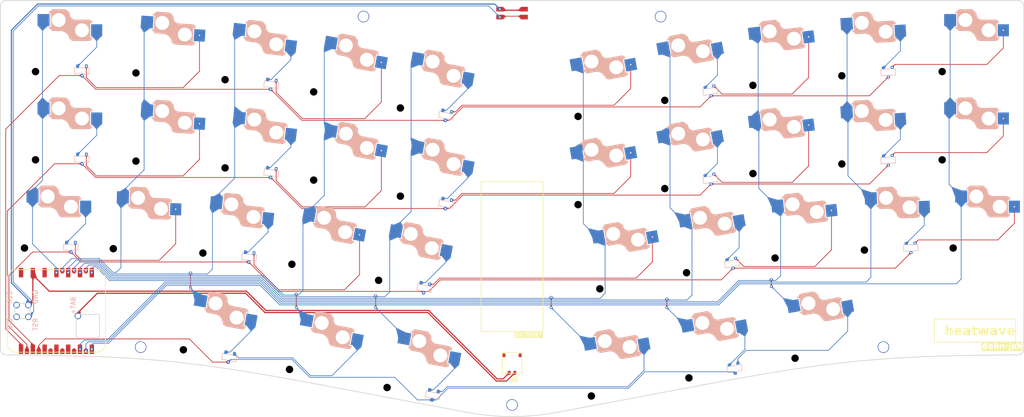
<source format=kicad_pcb>
(kicad_pcb (version 20241229) (generator "pcbnew") (generator_version "9.0")
  (title_block (title "prod") (rev "v1.0.0") (company "Unknown"))
  (layers (0 "F.Cu" signal) (2 "B.Cu" signal) (13 "F.Paste" user) (15 "B.Paste" user) (5 "F.SilkS" user "F.Silkscreen") (7 "B.SilkS" user "B.Silkscreen") (1 "F.Mask" user) (3 "B.Mask" user) (25 "Edge.Cuts" user))
  (net 0 "")
  (net 1 "R1")
  (net 2 "R3")
  (net 3 "P0.28")
  (net 4 "P0.29")
  (net 5 "P0.04")
  (net 6 "C8")
  (net 7 "C10")
  (net 8 "C7")
  (net 9 "C5")
  (net 10 "C3")
  (net 11 "C1")
  (net 12 "3V3")
  (net 13 "GND")
  (net 14 "5V")
  (net 15 "R2")
  (net 16 "R4")
  (net 17 "P1.01")
  (net 18 "P0.09")
  (net 19 "P0.10")
  (net 20 "C9")
  (net 21 "C6")
  (net 22 "C4")
  (net 23 "C2")
  (net 24 "DIO")
  (net 25 "CLK")
  (net 26 "RST")
  (net 27 "BAT+")
  (net 28 "flex_thumb")
  (net 29 "mirror_flex_thumb")
  (net 30 "w_top")
  (net 31 "e_top")
  (net 32 "r_top")
  (net 33 "t_top")
  (net 34 "mirror_w_top")
  (net 35 "mirror_e_top")
  (net 36 "mirror_r_top")
  (net 37 "mirror_t_top")
  (net 38 "s_home")
  (net 39 "d_home")
  (net 40 "f_home")
  (net 41 "g_home")
  (net 42 "mirror_s_home")
  (net 43 "mirror_d_home")
  (net 44 "mirror_f_home")
  (net 45 "mirror_g_home")
  (net 46 "z_bottom")
  (net 47 "x_bottom")
  (net 48 "c_bottom")
  (net 49 "v_bottom")
  (net 50 "b_bottom")
  (net 51 "mirror_z_bottom")
  (net 52 "mirror_x_bottom")
  (net 53 "mirror_c_bottom")
  (net 54 "mirror_v_bottom")
  (net 55 "mirror_b_bottom")
  (net 56 "base_thumb")
  (net 57 "mirror_base_thumb")
  (net 58 "q_top")
  (net 59 "mirror_q_top")
  (net 60 "a_home")
  (net 61 "mirror_a_home")
  (net 62 "ext_thumb")
  (net 63 "mirror_ext_thumb")
  (footprint "sw_choc_1u" (layer "F.Cu") (at 41.426508 2.388493 -7)
    (property "Reference" "SW4" (hide yes))
    (property "Value" "")
  )
  (footprint "sw_choc_1u" (layer "F.Cu") (at 60.770097 5.365756 -10.5)
    (property "Reference" "SW5" (hide yes))
    (property "Value" "")
  )
  (footprint "choc" (layer "F.Cu") (at 32.709804 60.91418 -10.5)
    (property "Reference" "SW1" (hide yes))
    (property "Value" "")
  )
  (footprint "sw_reset_side" (layer "F.Cu") (at 97.6491 -7.45)
    (property "Reference" "XX1" (hide yes))
    (property "Value" "")
  )
  (footprint "sw_choc_1u" (layer "F.Cu") (at 173.360957 19.597681 3.5)
    (property "Reference" "SW15" (hide yes))
    (property "Value" "")
  )
  (footprint "sw_choc_1.25u" (layer "F.Cu") (at 0 19)
    (property "Reference" "SW33" (hide yes))
    (property "Value" "")
  )
  (footprint "mounting_hole" (layer "F.Cu") (at 177.6491 64.5)
    (property "Reference" "H5" (hide yes))
    (property "Value" "")
  )
  (footprint "sw_choc_1u" (layer "F.Cu") (at 158.722661 39.648093 6.125)
    (property "Reference" "SW26" (hide yes))
    (property "Value" "")
  )
  (footprint "sw_choc_1.25u" (layer "F.Cu") (at 195.298199 0)
    (property "Reference" "SW32" (hide yes))
    (property "Value" "")
  )
  (footprint "sw_choc_1u" (layer "F.Cu") (at 153.871691 21.388493 7)
    (property "Reference" "SW16" (hide yes))
    (property "Value" "")
  )
  (footprint "mounting_hole" (layer "F.Cu") (at 129.6491 -6.7)
    (property "Reference" "H2" (hide yes))
    (property "Value" "")
  )
  (footprint "sw_choc_1u" (layer "F.Cu") (at 115.846259 8.828231 10.5)
    (property "Reference" "SW10" (hide yes))
    (property "Value" "")
  )
  (footprint "sw_choc_1u" (layer "F.Cu") (at 134.528102 24.365756 10.5)
    (property "Reference" "SW17" (hide yes))
    (property "Value" "")
  )
  (footprint "sw_choc_1u" (layer "F.Cu") (at 74.761679 45.960283 -10.5)
    (property "Reference" "SW23" (hide yes))
    (property "Value" "")
  )
  (footprint "conn_molex_pico_front" (layer "F.Cu") (at 97.6491 68.15 180)
    (property "Reference" "XX2" (hide yes))
    (property "Value" "")
  )
  (footprint "sw_choc_1u" (layer "F.Cu") (at 115.846259 27.828231 10.5)
    (property "Reference" "SW18" (hide yes))
    (property "Value" "")
  )
  (footprint "mounting_hole" (layer "F.Cu") (at 65.6491 -6.7)
    (property "Reference" "H1" (hide yes))
    (property "Value" "")
  )
  (footprint "sw_choc_1u" (layer "F.Cu") (at 60.770097 24.365756 -10.5)
    (property "Reference" "SW13" (hide yes))
    (property "Value" "")
  )
  (footprint "sw_choc_1u" (layer "F.Cu") (at 21.937242 19.597681 -3.5)
    (property "Reference" "SW11" (hide yes))
    (property "Value" "")
  )
  (footprint "sw_choc_1u" (layer "F.Cu") (at 55.57048 65.151156 -10.5)
    (property "Reference" "SW29" (hide yes))
    (property "Value" "")
  )
  (footprint "sw_choc_1.25u" (layer "F.Cu") (at 195.298199 19)
    (property "Reference" "SW34" (hide yes))
    (property "Value" "")
  )
  (footprint "mounting_hole" (layer "F.Cu") (at 97.6491 76.949)
    (property "Reference" "H4" (hide yes))
    (property "Value" "")
  )
  (footprint "sw_choc_1u" (layer "F.Cu") (at 173.360957 0.59768 3.5)
    (property "Reference" "SW7" (hide yes))
    (property "Value" "")
  )
  (footprint "sw_choc_1u" (layer "F.Cu") (at 197.673199 38)
    (property "Reference" "SW24" (hide yes))
    (property "Value" "")
  )
  (footprint "sw_choc_1u" (layer "F.Cu") (at 153.871691 2.388493 7)
    (property "Reference" "SW8" (hide yes))
    (property "Value" "")
  )
  (footprint "sw_choc_1u" (layer "F.Cu") (at 178.387514 38.294547 1.75)
    (property "Reference" "SW25" (hide yes))
    (property "Value" "")
  )
  (footprint "xiao_plus_smd_prod" (layer "F.Cu") (at -0.4995 56.7 90)
    (property "Reference" "MCU1" (hide yes))
    (property "Value" "")
    (fp_line (start -1.244 -8.9275) (end 1.244 -8.9275) (stroke (width 0.15)) (layer "Edge.Cuts"))
    (fp_line (start 1.625 -8.5465) (end 1.625 -6.0585) (stroke (width 0.15)) (layer "Edge.Cuts"))
    (fp_line (start -1.625 -6.0585) (end -1.625 -8.5465) (stroke (width 0.15)) (layer "Edge.Cuts"))
    (fp_line (start 1.244 -5.6775) (end -1.244 -5.6775) (stroke (width 0.15)) (layer "Edge.Cuts"))
    (fp_line (start -5.35692 4.2702) (end -1.11892 4.2702) (stroke (width 0.15)) (layer "Edge.Cuts"))
    (fp_line (start -0.73792 4.6512) (end -0.73792 8.8892) (stroke (width 0.15)) (layer "Edge.Cuts"))
    (fp_line (start -5.73792 8.8892) (end -5.73792 4.6512) (stroke (width 0.15)) (layer "Edge.Cuts"))
    (fp_line (start -1.11892 9.2702) (end -5.35692 9.2702) (stroke (width 0.15)) (layer "Edge.Cuts"))
    (fp_arc (start 1.244 -8.9275) (mid 1.513408 -8.815908) (end 1.625 -8.5465) (stroke (width 0.15)) (layer "Edge.Cuts"))
    (fp_arc (start -1.625 -8.5465) (mid -1.513408 -8.815908) (end -1.244 -8.9275) (stroke (width 0.15)) (layer "Edge.Cuts"))
    (fp_arc (start 1.625 -6.0585) (mid 1.513408 -5.789092) (end 1.244 -5.6775) (stroke (width 0.15)) (layer "Edge.Cuts"))
    (fp_arc (start -1.244 -5.6775) (mid -1.513408 -5.789093) (end -1.624999 -6.058501) (stroke (width 0.15)) (layer "Edge.Cuts"))
    (fp_arc (start -1.11892 4.2702) (mid -0.849512 4.381792) (end -0.73792 4.6512) (stroke (width 0.15)) (layer "Edge.Cuts"))
    (fp_arc (start -5.73792 4.6512) (mid -5.626328 4.381792) (end -5.35692 4.2702) (stroke (width 0.15)) (layer "Edge.Cuts"))
    (fp_arc (start -0.73792 8.8892) (mid -0.849512 9.158608) (end -1.11892 9.2702) (stroke (width 0.15)) (layer "Edge.Cuts"))
    (fp_arc (start -5.35692 9.2702) (mid -5.626328 9.158608) (end -5.73792 8.8892) (stroke (width 0.15)) (layer "Edge.Cuts"))
  )
  (footprint "sw_choc_1u" (layer "F.Cu") (at 16.910685 38.294547 -1.75)
    (property "Reference" "SW20" (hide yes))
    (property "Value" "")
  )
  (footprint "sw_choc_1u" (layer "F.Cu") (at 134.528102 5.365756 10.5)
    (property "Reference" "SW9" (hide yes))
    (property "Value" "")
  )
  (footprint "sw_choc_1u" (layer "F.Cu") (at 56.079836 42.497808 -10.5)
    (property "Reference" "SW22" (hide yes))
    (property "Value" "")
  )
  (footprint "sw_choc_1u" (layer "F.Cu") (at -2.375 38)
    (property "Reference" "SW19" (hide yes))
    (property "Value" "")
  )
  (footprint "sw_choc_1u" (layer "F.Cu") (at 41.426508 21.388493 -7)
    (property "Reference" "SW12" (hide yes))
    (property "Value" "")
  )
  (footprint "mounting_hole" (layer "F.Cu") (at 17.6491 64.5)
    (property "Reference" "H3" (hide yes))
    (property "Value" "")
  )
  (footprint "sw_choc_1.25u" (layer "F.Cu") (at 76.587554 69.04644 -10.5)
    (property "Reference" "SW35" (hide yes))
    (property "Value" "")
  )
  (footprint "sw_choc_1u" (layer "F.Cu") (at 139.218364 42.497808 10.5)
    (property "Reference" "SW27" (hide yes))
    (property "Value" "")
  )
  (footprint "sw_choc_1u" (layer "F.Cu") (at 79.45194 27.828231 -10.5)
    (property "Reference" "SW14" (hide yes))
    (property "Value" "")
  )
  (footprint "choc" (layer "F.Cu") (at 162.588395 60.91418 10.5)
    (property "Reference" "SW2" (hide yes))
    (property "Value" "")
  )
  (footprint "sw_choc_1u" (layer "F.Cu") (at 21.937242 0.59768 -3.5)
    (property "Reference" "SW3" (hide yes))
    (property "Value" "")
  )
  (footprint "sw_choc_1u" (layer "F.Cu") (at 120.53652 45.960283 10.5)
    (property "Reference" "SW28" (hide yes))
    (property "Value" "")
  )
  (footprint "sw_choc_1u" (layer "F.Cu") (at 36.575538 39.648093 -6.125)
    (property "Reference" "SW21" (hide yes))
    (property "Value" "")
  )
  (footprint "sw_choc_1.25u" (layer "F.Cu") (at 118.710645 69.04644 10.5)
    (property "Reference" "SW36" (hide yes))
    (property "Value" "")
  )
  (footprint "sw_choc_1.25u" (layer "F.Cu") (at 0 0)
    (property "Reference" "SW31" (hide yes))
    (property "Value" "")
  )
  (footprint "sw_choc_1u" (layer "F.Cu") (at 139.727719 65.151156 10.5)
    (property "Reference" "SW30" (hide yes))
    (property "Value" "")
  )
  (footprint "pcb_shape" (layer "F.Cu") (at 0 0)
    (property "Reference" "EC1" (hide yes))
    (property "Value" "")
    (fp_line (start -12.575 -8.949998) (end -12.575 64.911298) (stroke (width 0.15)) (layer "Edge.Cuts"))
    (fp_line (start -11.326101 66.161299) (end -1.03077 66.261528) (stroke (width 0.15)) (layer "Edge.Cuts"))
    (fp_line (start -11.324999 -10.2) (end 206.6232 -10.2) (stroke (width 0.15)) (layer "Edge.Cuts"))
    (fp_line (start -1.03077 66.261528) (end 7.901166 66.498377) (stroke (width 0.15)) (layer "Edge.Cuts"))
    (fp_line (start 7.901166 66.498377) (end 15.872508 66.901151) (stroke (width 0.15)) (layer "Edge.Cuts"))
    (fp_line (start 15.872508 66.901151) (end 23.281004 67.49891) (stroke (width 0.15)) (layer "Edge.Cuts"))
    (fp_line (start 23.281004 67.49891) (end 30.51736 68.319453) (stroke (width 0.15)) (layer "Edge.Cuts"))
    (fp_line (start 30.51736 68.319453) (end 37.971492 69.388457) (stroke (width 0.15)) (layer "Edge.Cuts"))
    (fp_line (start 37.971492 69.388457) (end 44.23959 70.419299) (stroke (width 0.15)) (layer "Edge.Cuts"))
    (fp_line (start 44.23959 70.419299) (end 51.08305 71.632118) (stroke (width 0.15)) (layer "Edge.Cuts"))
    (fp_line (start 51.08305 71.632118) (end 58.700691 73.040555) (stroke (width 0.15)) (layer "Edge.Cuts"))
    (fp_line (start 58.700691 73.040555) (end 67.291954 74.658596) (stroke (width 0.15)) (layer "Edge.Cuts"))
    (fp_line (start 67.291954 74.658596) (end 77.056506 76.500462) (stroke (width 0.15)) (layer "Edge.Cuts"))
    (fp_line (start 77.056506 76.500462) (end 88.193036 78.580246) (stroke (width 0.15)) (layer "Edge.Cuts"))
    (fp_line (start 118.241693 76.500462) (end 107.105152 78.580248) (stroke (width 0.15)) (layer "Edge.Cuts"))
    (fp_line (start 128.006245 74.658596) (end 118.241693 76.500462) (stroke (width 0.15)) (layer "Edge.Cuts"))
    (fp_line (start 136.597508 73.040555) (end 128.006245 74.658596) (stroke (width 0.15)) (layer "Edge.Cuts"))
    (fp_line (start 144.215149 71.632118) (end 136.597508 73.040555) (stroke (width 0.15)) (layer "Edge.Cuts"))
    (fp_line (start 151.058609 70.419299) (end 144.215149 71.632118) (stroke (width 0.15)) (layer "Edge.Cuts"))
    (fp_line (start 157.326707 69.388457) (end 151.058609 70.419299) (stroke (width 0.15)) (layer "Edge.Cuts"))
    (fp_line (start 164.780839 68.319453) (end 157.326707 69.388457) (stroke (width 0.15)) (layer "Edge.Cuts"))
    (fp_line (start 172.017195 67.49891) (end 164.780839 68.319453) (stroke (width 0.15)) (layer "Edge.Cuts"))
    (fp_line (start 179.425691 66.901151) (end 172.017195 67.49891) (stroke (width 0.15)) (layer "Edge.Cuts"))
    (fp_line (start 187.397033 66.498377) (end 179.425691 66.901151) (stroke (width 0.15)) (layer "Edge.Cuts"))
    (fp_line (start 196.328969 66.261528) (end 187.397033 66.498377) (stroke (width 0.15)) (layer "Edge.Cuts"))
    (fp_line (start 206.624415 66.161298) (end 196.328969 66.261528) (stroke (width 0.15)) (layer "Edge.Cuts"))
    (fp_line (start 207.873199 -8.95) (end 207.873199 64.9113) (stroke (width 0.15)) (layer "Edge.Cuts"))
    (fp_arc (start -12.575 -8.949998) (mid -12.208884 -9.833882) (end -11.325 -10.2) (stroke (width 0.15)) (layer "Edge.Cuts"))
    (fp_arc (start -11.326101 66.161299) (mid -12.209272 65.794793) (end -12.574999 64.911299) (stroke (width 0.15)) (layer "Edge.Cuts"))
    (fp_arc (start 107.105152 78.580248) (mid 97.649137 79.44917) (end 88.193121 78.580262) (stroke (width 0.15)) (layer "Edge.Cuts"))
    (fp_arc (start 206.6232 -10.2) (mid 207.507083 -9.833883) (end 207.8732 -8.95) (stroke (width 0.15)) (layer "Edge.Cuts"))
    (fp_arc (start 207.873199 64.9113) (mid 207.507512 65.794753) (end 206.624415 66.161298) (stroke (width 0.15)) (layer "Edge.Cuts"))
  )
  (footprint "sw_choc_1u" (layer "F.Cu") (at 79.45194 8.828231 -10.5)
    (property "Reference" "SW6" (hide yes))
    (property "Value" "")
  )
  (footprint "SOT-23" (layer "B.Cu") (at 80.592651 74.873893 169.5)
    (property "Reference" "D11" (hide yes))
    (property "Value" "")
  )
  (footprint "SOT-23" (layer "B.Cu") (at 78.766776 51.787735 169.5)
    (property "Reference" "D9" (hide yes))
    (property "Value" "")
  )
  (footprint "SOT-23" (layer "B.Cu") (at 5 24 180)
    (property "Reference" "D4" (hide yes))
    (property "Value" "")
  )
  (footprint "SOT-23" (layer "B.Cu") (at 178.656874 24.283112 -176.5)
    (property "Reference" "D14" (hide yes))
    (property "Value" "")
  )
  (footprint "SOT-23" (layer "B.Cu") (at 145.555171 69.156253 -169.5)
    (property "Reference" "D18" (hide yes))
    (property "Value" "")
  )
  (footprint "SOT-23" (layer "B.Cu") (at 5 5 180)
    (property "Reference" "D1" (hide yes))
    (property "Value" "")
  )
  (footprint "SOT-23" (layer "B.Cu") (at 183.537875 43.139522 -178.25)
    (property "Reference" "D16" (hide yes))
    (property "Value" "")
  )
  (footprint "SOT-23" (layer "B.Cu") (at 41.013505 45.15304 173.875)
    (property "Reference" "D8" (hide yes))
    (property "Value" "")
  )
  (footprint "SOT-23" (layer "B.Cu") (at 178.656874 5.283112 -176.5)
    (property "Reference" "D12" (hide yes))
    (property "Value" "")
  )
  (footprint "SOT-23" (layer "B.Cu") (at 140.355554 9.370853 -169.5)
    (property "Reference" "D13" (hide yes))
    (property "Value" "")
  )
  (footprint "SOT-23" (layer "B.Cu") (at 145.045816 46.502905 -169.5)
    (property "Reference" "D17" (hide yes))
    (property "Value" "")
  )
  (footprint "SOT-23" (layer "B.Cu") (at 2.625 43 180)
    (property "Reference" "D7" (hide yes))
    (property "Value" "")
  )
  (footprint "SOT-23" (layer "B.Cu") (at 83.457037 33.655683 169.5)
    (property "Reference" "D6" (hide yes))
    (property "Value" "")
  )
  (footprint "SOT-23" (layer "B.Cu") (at 36.714901 66.741632 169.5)
    (property "Reference" "D10" (hide yes))
    (property "Value" "")
  )
  (footprint "SOT-23" (layer "B.Cu") (at 83.457037 14.655683 169.5)
    (property "Reference" "D3" (hide yes))
    (property "Value" "")
  )
  (footprint "SOT-23" (layer "B.Cu") (at 45.779892 7.96057 173)
    (property "Reference" "D2" (hide yes))
    (property "Value" "")
  )
  (footprint "SOT-23" (layer "B.Cu") (at 45.779892 26.96057 173)
    (property "Reference" "D5" (hide yes))
    (property "Value" "")
  )
  (footprint "SOT-23" (layer "B.Cu") (at 140.355554 28.370853 -169.5)
    (property "Reference" "D15" (hide yes))
    (property "Value" "")
  )
  (gr_line (start 104.2991 61.15) (end 104.2991 28.85) (stroke (width 0.15)) (layer "F.SilkS"))
  (gr_line (start 104.2991 28.85) (end 90.9991 28.85) (stroke (width 0.15)) (layer "F.SilkS"))
  (gr_line (start 90.9991 61.15) (end 104.2991 61.15) (stroke (width 0.15)) (layer "F.SilkS"))
  (gr_line (start 90.9991 28.85) (end 90.9991 61.15) (stroke (width 0.15)) (layer "F.SilkS"))
  (gr_rect (start 188.623 58.45) (end 206.123 63.45) (stroke (width 0.15)) (fill no) (layer "F.SilkS"))
  (gr_text "heatwave" (at 190.773 62.25 0) (layer "F.SilkS") (effects (font (size 2 2) (thickness 0.3) (bold yes) (italic yes)) (justify left bottom)))
  (gr_text "BATTERY" (at 101.1371 61.88 0) (layer "F.SilkS" knockout) (effects (font (size 1 1))))
  (gr_text "dohn-joh" (at 198.86725 65.04 0) (layer "F.SilkS" knockout) (effects (font (size 1.25 1.25) (thickness 0.3) (bold yes)) (justify left bottom)))
  (segment (start 87.049 12.751) (end 138.140898 12.751) (width 0.15) (layer "F.Cu") (net 1))
  (segment (start 45.658023 8.953116) (end 52.343845 15.638938) (width 0.15) (layer "F.Cu") (net 1))
  (segment (start 138.140898 12.751) (end 140.53779 10.354108) (width 0.15) (layer "F.Cu") (net 1))
  (segment (start 52.343845 15.638938) (end 83.274801 15.638938) (width 0.15) (layer "F.Cu") (net 1))
  (segment (start 7.953116 8.953116) (end 45.658023 8.953116) (width 0.15) (layer "F.Cu") (net 1))
  (segment (start 83.274801 15.638938) (end 84.161062 15.638938) (width 0.15) (layer "F.Cu") (net 1))
  (segment (start 174.645062 10.354108) (end 178.717923 6.281247) (width 0.15) (layer "F.Cu") (net 1))
  (segment (start -8.116 63.884) (end -8.116 64.955) (width 0.15) (layer "F.Cu") (net 1))
  (segment (start -11.417661 17.542661) (end -11.417661 60.582339) (width 0.15) (layer "F.Cu") (net 1))
  (segment (start -11.417661 60.582339) (end -8.116 63.884) (width 0.15) (layer "F.Cu") (net 1))
  (segment (start 140.53779 10.354108) (end 174.645062 10.354108) (width 0.15) (layer "F.Cu") (net 1))
  (segment (start 5 6) (end 0.125 6) (width 0.15) (layer "F.Cu") (net 1))
  (segment (start 5 6) (end 7.953116 8.953116) (width 0.15) (layer "F.Cu") (net 1))
  (segment (start 0.125 6) (end -11.417661 17.542661) (width 0.15) (layer "F.Cu") (net 1))
  (segment (start 84.161062 15.638938) (end 87.049 12.751) (width 0.15) (layer "F.Cu") (net 1))
  (via (at 5 6) (size 0.6) (drill 0.3) (layers "F.Cu" "B.Cu") (net 1))
  (via (at 178.717923 6.281247) (size 0.6) (drill 0.3) (layers "F.Cu" "B.Cu") (net 1))
  (via (at 45.658023 8.953116) (size 0.6) (drill 0.3) (layers "F.Cu" "B.Cu") (net 1))
  (via (at 140.53779 10.354108) (size 0.6) (drill 0.3) (layers "F.Cu" "B.Cu") (net 1))
  (via (at 83.274801 15.638938) (size 0.6) (drill 0.3) (layers "F.Cu" "B.Cu") (net 1))
  (segment (start 40.906807 46.147331) (end 47.24683 52.487354) (width 0.15) (layer "F.Cu") (net 2))
  (segment (start 2.625 44) (end 4.772331 46.147331) (width 0.15) (layer "F.Cu") (net 2))
  (segment (start 82.2 50) (end 79.712646 52.487354) (width 0.15) (layer "F.Cu") (net 2))
  (segment (start 145.228052 47.48616) (end 180.22131 47.48616) (width 0.15) (layer "F.Cu") (net 2))
  (segment (start 180.22131 47.48616) (end 183.568414 44.139056) (width 0.15) (layer "F.Cu") (net 2))
  (segment (start 4.772331 46.147331) (end 40.906807 46.147331) (width 0.15) (layer "F.Cu") (net 2))
  (segment (start 47.24683 52.487354) (end 78.300904 52.487354) (width 0.15) (layer "F.Cu") (net 2))
  (segment (start 2.625 44) (end -5.6 44) (width 0.15) (layer "F.Cu") (net 2))
  (segment (start -5.6 44) (end -10.715661 49.115661) (width 0.15) (layer "F.Cu") (net 2))
  (segment (start 145.228052 47.48616) (end 142.714212 50) (width 0.15) (layer "F.Cu") (net 2))
  (segment (start 79.712646 52.487354) (end 78.868176 52.487354) (width 0.15) (layer "F.Cu") (net 2))
  (segment (start 78.300904 52.487354) (end 78.58454 52.77099) (width 0.15) (layer "F.Cu") (net 2))
  (segment (start 78.868176 52.487354) (end 78.58454 52.77099) (width 0.15) (layer "F.Cu") (net 2))
  (segment (start -5.576 63.924) (end -5.576 64.955) (width 0.15) (layer "F.Cu") (net 2))
  (segment (start -10.715661 58.784339) (end -5.576 63.924) (width 0.15) (layer "F.Cu") (net 2))
  (segment (start -10.715661 49.115661) (end -10.715661 58.784339) (width 0.15) (layer "F.Cu") (net 2))
  (segment (start 142.714212 50) (end 82.2 50) (width 0.15) (layer "F.Cu") (net 2))
  (via (at 2.625 44) (size 0.6) (drill 0.3) (layers "F.Cu" "B.Cu") (net 2))
  (via (at 40.906807 46.147331) (size 0.6) (drill 0.3) (layers "F.Cu" "B.Cu") (net 2))
  (via (at 183.568414 44.139056) (size 0.6) (drill 0.3) (layers "F.Cu" "B.Cu") (net 2))
  (via (at 78.58454 52.77099) (size 0.6) (drill 0.3) (layers "F.Cu" "B.Cu") (net 2))
  (via (at 145.228052 47.48616) (size 0.6) (drill 0.3) (layers "F.Cu" "B.Cu") (net 2))
  (segment (start 153.5 49.925) (end 153.5 51.426) (width 0.15) (layer "F.Cu") (net 6))
  (via (at 4.584 64.955) (size 0.6) (drill 0.3) (layers "F.Cu" "B.Cu") (net 6))
  (via (at 153.5 49.925) (size 0.6) (drill 0.3) (layers "F.Cu" "B.Cu") (net 6))
  (via (at 153.5 51.426) (size 0.6) (drill 0.3) (layers "F.Cu" "B.Cu") (net 6))
  (segment (start 150.666587 15.111358) (end 150.666587 -2.347428) (width 0.15) (layer "B.Cu") (net 6))
  (segment (start 4.584 63.916) (end 4.584 64.955) (width 0.15) (layer "B.Cu") (net 6))
  (segment (start 150.8 16.785985) (end 150.8 30.298105) (width 0.15) (layer "B.Cu") (net 6))
  (segment (start 149.89598 15.881965) (end 150.8 16.785985) (width 0.15) (layer "B.Cu") (net 6))
  (segment (start 150.666587 -2.347428) (end 149.89598 -3.118035) (width 0.15) (layer "B.Cu") (net 6))
  (segment (start 155.5 49.1) (end 154.451 50.149) (width 0.15) (layer "B.Cu") (net 6))
  (segment (start 153.5 49.925) (end 153.276 50.149) (width 0.15) (layer "B.Cu") (net 6))
  (segment (start 154.451 50.149) (end 153.724 50.149) (width 0.15) (layer "B.Cu") (net 6))
  (segment (start 141.909224 54.698) (end 47.890776 54.698) (width 0.15) (layer "B.Cu") (net 6))
  (segment (start 146.458223 50.149) (end 141.909224 54.698) (width 0.15) (layer "B.Cu") (net 6))
  (segment (start 153.724 50.149) (end 153.5 49.925) (width 0.15) (layer "B.Cu") (net 6))
  (segment (start 154.583389 34.081494) (end 154.831504 34.081494) (width 0.15) (layer "B.Cu") (net 6))
  (segment (start 47.890776 54.698) (end 43.690776 50.498) (width 0.15) (layer "B.Cu") (net 6))
  (segment (start 157.760635 55.660635) (end 158.283934 55.660635) (width 0.15) (layer "B.Cu") (net 6))
  (segment (start 5.5 63) (end 4.584 63.916) (width 0.15) (layer "B.Cu") (net 6))
  (segment (start 43.690776 50.498) (end 22.901998 50.498) (width 0.15) (layer "B.Cu") (net 6))
  (segment (start 22.901998 50.498) (end 10.399998 63) (width 0.15) (layer "B.Cu") (net 6))
  (segment (start 153.276 50.149) (end 146.458223 50.149) (width 0.15) (layer "B.Cu") (net 6))
  (segment (start 149.89598 15.881965) (end 150.666587 15.111358) (width 0.15) (layer "B.Cu") (net 6))
  (segment (start 150.8 30.298105) (end 154.583389 34.081494) (width 0.15) (layer "B.Cu") (net 6))
  (segment (start 154.831504 34.081494) (end 155.5 34.74999) (width 0.15) (layer "B.Cu") (net 6))
  (segment (start 10.399998 63) (end 5.5 63) (width 0.15) (layer "B.Cu") (net 6))
  (segment (start 153.526 51.426) (end 157.760635 55.660635) (width 0.15) (layer "B.Cu") (net 6))
  (segment (start 155.5 34.74999) (end 155.5 49.1) (width 0.15) (layer "B.Cu") (net 6))
  (via (at 7.124 64.955) (size 0.6) (drill 0.3) (layers "F.Cu" "B.Cu") (net 7))
  (segment (start 23.192776 51.2) (end 10.690776 63.702) (width 0.15) (layer "B.Cu") (net 7))
  (segment (start 193.349 50.851) (end 146.749 50.851) (width 0.15) (layer "B.Cu") (net 7))
  (segment (start 194.398199 49.801801) (end 193.349 50.851) (width 0.15) (layer "B.Cu") (net 7))
  (segment (start 7.124 63.976) (end 7.124 64.955) (width 0.15) (layer "B.Cu") (net 7))
  (segment (start 191.8 13.273199) (end 191.8 29.451801) (width 0.15) (layer "B.Cu") (net 7))
  (segment (start 47.599999 55.4) (end 43.4 51.2) (width 0.15) (layer "B.Cu") (net 7))
  (segment (start 43.4 51.2) (end 23.192776 51.2) (width 0.15) (layer "B.Cu") (net 7))
  (segment (start 146.749 50.851) (end 142.2 55.4) (width 0.15) (layer "B.Cu") (net 7))
  (segment (start 7.398 63.702) (end 7.124 63.976) (width 0.15) (layer "B.Cu") (net 7))
  (segment (start 192.023199 13.05) (end 191.8 13.273199) (width 0.15) (layer "B.Cu") (net 7))
  (segment (start 142.2 55.4) (end 47.599999 55.4) (width 0.15) (layer "B.Cu") (net 7))
  (segment (start 192.023199 13.05) (end 192.023199 -5.95) (width 0.15) (layer "B.Cu") (net 7))
  (segment (start 191.8 29.451801) (end 194.398199 32.05) (width 0.15) (layer "B.Cu") (net 7))
  (segment (start 10.690776 63.702) (end 7.398 63.702) (width 0.15) (layer "B.Cu") (net 7))
  (segment (start 194.398199 32.05) (end 194.398199 49.801801) (width 0.15) (layer "B.Cu") (net 7))
  (segment (start 130.975 54.123) (end 130.975 55.975) (width 0.15) (layer "F.Cu") (net 8))
  (via (at 7.124 48.445) (size 0.6) (drill 0.3) (layers "F.Cu" "B.Cu") (net 8))
  (via (at 130.975 54.123) (size 0.6) (drill 0.3) (layers "F.Cu" "B.Cu") (net 8))
  (via (at 130.975 55.975) (size 0.6) (drill 0.3) (layers "F.Cu" "B.Cu") (net 8))
  (segment (start 130.751 54.347) (end 48.036164 54.347) (width 0.15) (layer "B.Cu") (net 8))
  (segment (start 130.975 55.975) (end 133.9 58.9) (width 0.15) (layer "B.Cu") (net 8))
  (segment (start 136.388364 41.325584) (end 136.388364 43.670032) (width 0.15) (layer "B.Cu") (net 8))
  (segment (start 136.4 41.313948) (end 136.388364 41.325584) (width 0.15) (layer "B.Cu") (net 8))
  (segment (start 136.4 43.681668) (end 136.4 53.3) (width 0.15) (layer "B.Cu") (net 8))
  (segment (start 131.68034 34.480539) (end 134.444064 37.244263) (width 0.15) (layer "B.Cu") (net 8))
  (segment (start 130.975 54.123) (end 130.751 54.347) (width 0.15) (layer "B.Cu") (net 8))
  (segment (start 48.036164 54.347) (end 43.836164 50.147) (width 0.15) (layer "B.Cu") (net 8))
  (segment (start 131.68034 20.56891) (end 131.68034 34.480539) (width 0.15) (layer "B.Cu") (net 8))
  (segment (start 10.961446 50.147) (end 7.969446 47.155) (width 0.15) (layer "B.Cu") (net 8))
  (segment (start 131.68034 17.21966) (end 131.68034 1.56891) (width 0.15) (layer "B.Cu") (net 8))
  (segment (start 7.445 47.155) (end 7.124 47.476) (width 0.15) (layer "B.Cu") (net 8))
  (segment (start 133.9 58.9) (end 134.425647 58.9) (width 0.15) (layer "B.Cu") (net 8))
  (segment (start 131.68034 1.56891) (end 130.223641 0.112211) (width 0.15) (layer "B.Cu") (net 8))
  (segment (start 130.223641 19.112211) (end 130.223641 18.676359) (width 0.15) (layer "B.Cu") (net 8))
  (segment (start 130.223641 19.112211) (end 131.68034 20.56891) (width 0.15) (layer "B.Cu") (net 8))
  (segment (start 136.388364 43.670032) (end 136.4 43.681668) (width 0.15) (layer "B.Cu") (net 8))
  (segment (start 134.444064 37.244263) (end 134.913903 37.244263) (width 0.15) (layer "B.Cu") (net 8))
  (segment (start 43.836164 50.147) (end 10.961446 50.147) (width 0.15) (layer "B.Cu") (net 8))
  (segment (start 131.199 54.347) (end 130.975 54.123) (width 0.15) (layer "B.Cu") (net 8))
  (segment (start 136.4 38.73036) (end 136.4 41.313948) (width 0.15) (layer "B.Cu") (net 8))
  (segment (start 7.969446 47.155) (end 7.445 47.155) (width 0.15) (layer "B.Cu") (net 8))
  (segment (start 135.353 54.347) (end 131.199 54.347) (width 0.15) (layer "B.Cu") (net 8))
  (segment (start 136.4 53.3) (end 135.353 54.347) (width 0.15) (layer "B.Cu") (net 8))
  (segment (start 130.223641 18.676359) (end 131.68034 17.21966) (width 0.15) (layer "B.Cu") (net 8))
  (segment (start 7.124 47.476) (end 7.124 48.445) (width 0.15) (layer "B.Cu") (net 8))
  (segment (start 134.425647 58.9) (end 135.423258 59.897611) (width 0.15) (layer "B.Cu") (net 8))
  (segment (start 134.913903 37.244263) (end 136.4 38.73036) (width 0.15) (layer "B.Cu") (net 8))
  (segment (start 68.275 53.421) (end 68.275 55.975) (width 0.15) (layer "F.Cu") (net 9))
  (via (at 68.275 55.975) (size 0.6) (drill 0.3) (layers "F.Cu" "B.Cu") (net 9))
  (via (at 68.275 53.421) (size 0.6) (drill 0.3) (layers "F.Cu" "B.Cu") (net 9))
  (via (at 4.584 48.445) (size 0.6) (drill 0.3) (layers "F.Cu" "B.Cu") (net 9))
  (segment (start 68.051 53.645) (end 48.326941 53.645) (width 0.15) (layer "B.Cu") (net 9))
  (segment (start 68.275 55.975) (end 74.451696 62.151696) (width 0.15) (layer "B.Cu") (net 9))
  (segment (start 71.3 52.6) (end 71.3 40.838916) (width 0.15) (layer "B.Cu") (net 9))
  (segment (start 72.625821 38.574179) (end 72.625821 39.513095) (width 0.15) (layer "B.Cu") (net 9))
  (segment (start 68.499 53.645) (end 70.255 53.645) (width 0.15) (layer "B.Cu") (net 9))
  (segment (start 75.9 35.3) (end 72.625821 38.574179) (width 0.15) (layer "B.Cu") (net 9))
  (segment (start 68.275 53.421) (end 68.051 53.645) (width 0.15) (layer "B.Cu") (net 9))
  (segment (start 70.255 53.645) (end 71.3 52.6) (width 0.15) (layer "B.Cu") (net 9))
  (segment (start 44.12694 49.445) (end 11.252224 49.445) (width 0.15) (layer "B.Cu") (net 9))
  (segment (start 75.9 22.797125) (end 75.9 35.3) (width 0.15) (layer "B.Cu") (net 9))
  (segment (start 71.3 40.838916) (end 72.625821 39.513095) (width 0.15) (layer "B.Cu") (net 9))
  (segment (start 5.547 46.453) (end 4.584 47.416) (width 0.15) (layer "B.Cu") (net 9))
  (segment (start 48.326941 53.645) (end 44.12694 49.445) (width 0.15) (layer "B.Cu") (net 9))
  (segment (start 8.260225 46.453) (end 5.547 46.453) (width 0.15) (layer "B.Cu") (net 9))
  (segment (start 77.316082 21.381043) (end 75.9 19.964961) (width 0.15) (layer "B.Cu") (net 9))
  (segment (start 68.275 53.421) (end 68.499 53.645) (width 0.15) (layer "B.Cu") (net 9))
  (segment (start 75.9 19.964961) (end 75.9 3.797125) (width 0.15) (layer "B.Cu") (net 9))
  (segment (start 74.451696 62.151696) (end 74.451696 62.599252) (width 0.15) (layer "B.Cu") (net 9))
  (segment (start 75.9 3.797125) (end 77.316082 2.381043) (width 0.15) (layer "B.Cu") (net 9))
  (segment (start 11.252224 49.445) (end 8.260225 46.453) (width 0.15) (layer "B.Cu") (net 9))
  (segment (start 4.584 47.416) (end 4.584 48.445) (width 0.15) (layer "B.Cu") (net 9))
  (segment (start 77.316082 21.381043) (end 75.9 22.797125) (width 0.15) (layer "B.Cu") (net 9))
  (segment (start 28.375 48.519) (end 28.375 51.775) (width 0.15) (layer "F.Cu") (net 10))
  (via (at 28.375 48.519) (size 0.6) (drill 0.3) (layers "F.Cu" "B.Cu") (net 10))
  (via (at 28.375 51.775) (size 0.6) (drill 0.3) (layers "F.Cu" "B.Cu") (net 10))
  (via (at 2.044 48.445) (size 0.6) (drill 0.3) (layers "F.Cu" "B.Cu") (net 10))
  (segment (start 8.551 45.751) (end 3.749 45.751) (width 0.15) (layer "B.Cu") (net 10))
  (segment (start 38.901042 15.083721) (end 38.516279 15.083721) (width 0.15) (layer "B.Cu") (net 10))
  (segment (start 28.151 48.743) (end 11.543 48.743) (width 0.15) (layer "B.Cu") (net 10))
  (segment (start 28.375 48.519) (end 28.151 48.743) (width 0.15) (layer "B.Cu") (net 10))
  (segment (start 30.573946 53.973946) (end 30.573946 54.466992) (width 0.15) (layer "B.Cu") (net 10))
  (segment (start 33.1 34.236709) (end 33.954086 33.382623) (width 0.15) (layer "B.Cu") (net 10))
  (segment (start 37.9 15.7) (end 37.9 28.1) (width 0.15) (layer "B.Cu") (net 10))
  (segment (start 38.516279 15.083721) (end 37.9 15.7) (width 0.15) (layer "B.Cu") (net 10))
  (segment (start 33.954086 32.045914) (end 33.954086 33.382623) (width 0.15) (layer "B.Cu") (net 10))
  (segment (start 33.1 47.7) (end 33.1 34.236709) (width 0.15) (layer "B.Cu") (net 10))
  (segment (start 28.599 48.743) (end 32.057 48.743) (width 0.15) (layer "B.Cu") (net 10))
  (segment (start 37.9 -2.915237) (end 37.9 14.082679) (width 0.15) (layer "B.Cu") (net 10))
  (segment (start 37.9 14.082679) (end 38.901042 15.083721) (width 0.15) (layer "B.Cu") (net 10))
  (segment (start 38.901042 -3.916279) (end 37.9 -2.915237) (width 0.15) (layer "B.Cu") (net 10))
  (segment (start 37.9 28.1) (end 33.954086 32.045914) (width 0.15) (layer "B.Cu") (net 10))
  (segment (start 3.749 45.751) (end 2.044 47.456) (width 0.15) (layer "B.Cu") (net 10))
  (segment (start 32.057 48.743) (end 33.1 47.7) (width 0.15) (layer "B.Cu") (net 10))
  (segment (start 28.375 48.519) (end 28.599 48.743) (width 0.15) (layer "B.Cu") (net 10))
  (segment (start 28.375 51.775) (end 30.573946 53.973946) (width 0.15) (layer "B.Cu") (net 10))
  (segment (start 2.044 47.456) (end 2.044 48.445) (width 0.15) (layer "B.Cu") (net 10))
  (segment (start 11.543 48.743) (end 8.551 45.751) (width 0.15) (layer "B.Cu") (net 10))
  (via (at -0.496 48.445) (size 0.6) (drill 0.3) (layers "F.Cu" "B.Cu") (net 11))
  (segment (start -5.65 42.25) (end -0.496 47.404) (width 0.15) (layer "B.Cu") (net 11))
  (segment (start -3.5 12.825) (end -3.5 -5.725) (width 0.15) (layer "B.Cu") (net 11))
  (segment (start -3.5 28.6) (end -5.65 30.75) (width 0.15) (layer "B.Cu") (net 11))
  (segment (start -3.275 13.05) (end -3.5 13.275) (width 0.15) (layer "B.Cu") (net 11))
  (segment (start -3.5 13.275) (end -3.5 28.6) (width 0.15) (layer "B.Cu") (net 11))
  (segment (start -5.65 30.75) (end -5.65 32.05) (width 0.15) (layer "B.Cu") (net 11))
  (segment (start -3.5 -5.725) (end -3.275 -5.95) (width 0.15) (layer "B.Cu") (net 11))
  (segment (start -0.496 47.404) (end -0.496 48.445) (width 0.15) (layer "B.Cu") (net 11))
  (segment (start -3.275 13.05) (end -3.5 12.825) (width 0.15) (layer "B.Cu") (net 11))
  (segment (start -5.65 32.05) (end -5.65 42.25) (width 0.15) (layer "B.Cu") (net 11))
  (segment (start 44.6 56.6) (end 40.449 52.449) (width 0.25) (layer "F.Cu") (net 13))
  (segment (start 40.449 52.449) (end -2.051 52.449) (width 0.25) (layer "F.Cu") (net 13))
  (segment (start -5.576 48.445) (end -5.576 54.474) (width 0.25) (layer "F.Cu") (net 13))
  (segment (start 100.0441 -8.07) (end 100.2741 -8.3) (width 0.25) (layer "F.Cu") (net 13))
  (segment (start -5.576 48.924) (end -5.576 48.445) (width 0.25) (layer "F.Cu") (net 13))
  (segment (start 95.7251 71.349) (end 94.449 71.349) (width 0.25) (layer "F.Cu") (net 13))
  (segment (start 95.2541 -8.07) (end 100.0441 -8.07) (width 0.25) (layer "F.Cu") (net 13))
  (segment (start 97.0491 70.025) (end 95.7251 71.349) (width 0.25) (layer "F.Cu") (net 13))
  (segment (start -2.051 52.449) (end -5.576 48.924) (width 0.25) (layer "F.Cu") (net 13))
  (segment (start -5.576 54.474) (end -6.532 55.43) (width 0.25) (layer "F.Cu") (net 13))
  (segment (start 94.449 71.349) (end 79.7 56.6) (width 0.25) (layer "F.Cu") (net 13))
  (segment (start 79.7 56.6) (end 44.6 56.6) (width 0.25) (layer "F.Cu") (net 13))
  (segment (start 95.0241 -8.3) (end 95.2541 -8.07) (width 0.25) (layer "F.Cu") (net 13))
  (via (at 95.0241 -8.3) (size 0.6) (drill 0.3) (layers "F.Cu" "B.Cu") (net 13))
  (segment (start -10.201 50.6661) (end -10.201 -3.7661) (width 0.25) (layer "B.Cu") (net 13))
  (segment (start -4.5661 -9.401) (end 93.9231 -9.401) (width 0.25) (layer "B.Cu") (net 13))
  (segment (start -6.532 55.43) (end -6.532 54.3351) (width 0.25) (layer "B.Cu") (net 13))
  (segment (start -6.532 54.3351) (end -10.201 50.6661) (width 0.25) (layer "B.Cu") (net 13))
  (segment (start -10.201 -3.7661) (end -4.5661 -9.401) (width 0.25) (layer "B.Cu") (net 13))
  (segment (start 93.9231 -9.401) (end 95.0241 -8.3) (width 0.25) (layer "B.Cu") (net 13))
  (segment (start -6.846 63.954) (end -6.846 65.355) (width 0.15) (layer "F.Cu") (net 15))
  (segment (start -0.9 25) (end -11.066661 35.166661) (width 0.15) (layer "F.Cu") (net 15))
  (segment (start 83.274801 34.638938) (end 84.133353 34.638938) (width 0.15) (layer "F.Cu") (net 15))
  (segment (start -11.066661 35.166661) (end -11.066661 59.733339) (width 0.15) (layer "F.Cu") (net 15))
  (segment (start 174.645062 29.354108) (end 178.717923 25.281247) (width 0.15) (layer "F.Cu") (net 15))
  (segment (start 84.133353 34.638938) (end 87.021291 31.751) (width 0.15) (layer "F.Cu") (net 15))
  (segment (start 5 25) (end -0.9 25) (width 0.15) (layer "F.Cu") (net 15))
  (segment (start 87.021291 31.751) (end 138.140898 31.751) (width 0.15) (layer "F.Cu") (net 15))
  (segment (start 83.274801 34.638938) (end 52.343845 34.638938) (width 0.15) (layer "F.Cu") (net 15))
  (segment (start -11.066661 59.733339) (end -6.846 63.954) (width 0.15) (layer "F.Cu") (net 15))
  (segment (start 52.343845 34.638938) (end 45.658023 27.953116) (width 0.15) (layer "F.Cu") (net 15))
  (segment (start 140.53779 29.354108) (end 174.645062 29.354108) (width 0.15) (layer "F.Cu") (net 15))
  (segment (start 138.140898 31.751) (end 140.53779 29.354108) (width 0.15) (layer "F.Cu") (net 15))
  (segment (start 7.953116 27.953116) (end 45.658023 27.953116) (width 0.15) (layer "F.Cu") (net 15))
  (segment (start 5 25) (end 7.953116 27.953116) (width 0.15) (layer "F.Cu") (net 15))
  (via (at 83.274801 34.638938) (size 0.6) (drill 0.3) (layers "F.Cu" "B.Cu") (net 15))
  (via (at 178.717923 25.281247) (size 0.6) (drill 0.3) (layers "F.Cu" "B.Cu") (net 15))
  (via (at 5 25) (size 0.6) (drill 0.3) (layers "F.Cu" "B.Cu") (net 15))
  (via (at 45.658023 27.953116) (size 0.6) (drill 0.3) (layers "F.Cu" "B.Cu") (net 15))
  (via (at 140.53779 29.354108) (size 0.6) (drill 0.3) (layers "F.Cu" "B.Cu") (net 15))
  (segment (start -4.306 64.106) (end -2.924257 62.724257) (width 0.15) (layer "F.Cu") (net 16))
  (segment (start 33.124887 67.724887) (end 36.532665 67.724887) (width 0.15) (layer "F.Cu") (net 16))
  (segment (start 28.124257 62.724257) (end 33.124887 67.724887) (width 0.15) (layer "F.Cu") (net 16))
  (segment (start -2.924257 62.724257) (end 28.124257 62.724257) (width 0.15) (layer "F.Cu") (net 16))
  (segment (start -4.306 65.355) (end -4.306 64.106) (width 0.15) (layer "F.Cu") (net 16))
  (via (at 36.532665 67.724887) (size 0.6) (drill 0.3) (layers "F.Cu" "B.Cu") (net 16))
  (segment (start 72.4 71) (end 54.103612 71) (width 0.15) (layer "B.Cu") (net 16))
  (segment (start 77.257148 75.857148) (end 72.4 71) (width 0.15) (layer "B.Cu") (net 16))
  (segment (start 122.745389 73.351) (end 126.296389 69.8) (width 0.15) (layer "B.Cu") (net 16))
  (segment (start 80.410415 75.857148) (end 77.257148 75.857148) (width 0.15) (layer "B.Cu") (net 16))
  (segment (start 80.410415 75.857148) (end 81.33924 75.857148) (width 0.15) (layer "B.Cu") (net 16))
  (segment (start 37.106552 67.151) (end 36.532665 67.724887) (width 0.15) (layer "B.Cu") (net 16))
  (segment (start 50.254611 67.151) (end 37.106552 67.151) (width 0.15) (layer "B.Cu") (net 16))
  (segment (start 83.845388 73.351) (end 122.745389 73.351) (width 0.15) (layer "B.Cu") (net 16))
  (segment (start 81.33924 75.857148) (end 83.845388 73.351) (width 0.15) (layer "B.Cu") (net 16))
  (segment (start 126.296389 69.8) (end 145.397899 69.8) (width 0.15) (layer "B.Cu") (net 16))
  (segment (start 145.397899 69.8) (end 145.737407 70.139508) (width 0.15) (layer "B.Cu") (net 16))
  (segment (start 54.103612 71) (end 50.254611 67.151) (width 0.15) (layer "B.Cu") (net 16))
  (via (at 5.854 65.355) (size 0.6) (drill 0.3) (layers "F.Cu" "B.Cu") (net 20))
  (segment (start 6.349 63.351) (end 10.545387 63.351) (width 0.15) (layer "B.Cu") (net 20))
  (segment (start 170 27.6) (end 174.847336 32.447336) (width 0.15) (layer "B.Cu") (net 20))
  (segment (start 169.814683 13.772857) (end 169.814683 -5.055432) (width 0.15) (layer "B.Cu") (net 20))
  (segment (start 169.728827 13.858713) (end 170 14.129886) (width 0.15) (layer "B.Cu") (net 20))
  (segment (start 5.854 63.846) (end 6.349 63.351) (width 0.15) (layer "B.Cu") (net 20))
  (segment (start 173.9 50.5) (end 174.932337 49.467663) (width 0.15) (layer "B.Cu") (net 20))
  (segment (start 47.745388 55.049) (end 142.054612 55.049) (width 0.15) (layer "B.Cu") (net 20))
  (segment (start 146.603612 50.5) (end 173.9 50.5) (width 0.15) (layer "B.Cu") (net 20))
  (segment (start 5.854 65.355) (end 5.854 63.846) (width 0.15) (layer "B.Cu") (net 20))
  (segment (start 170 14.129886) (end 170 27.6) (width 0.15) (layer "B.Cu") (net 20))
  (segment (start 23.047388 50.849) (end 43.545389 50.849) (width 0.15) (layer "B.Cu") (net 20))
  (segment (start 10.545387 63.351) (end 23.047388 50.849) (width 0.15) (layer "B.Cu") (net 20))
  (segment (start 43.545389 50.849) (end 47.745388 55.049) (width 0.15) (layer "B.Cu") (net 20))
  (segment (start 174.932337 49.467663) (end 174.932337 32.447336) (width 0.15) (layer "B.Cu") (net 20))
  (segment (start 142.054612 55.049) (end 146.603612 50.5) (width 0.15) (layer "B.Cu") (net 20))
  (segment (start 169.728827 13.858713) (end 169.814683 13.772857) (width 0.15) (layer "B.Cu") (net 20))
  (segment (start 169.814683 -5.055432) (end 169.728827 -5.141288) (width 0.15) (layer "B.Cu") (net 20))
  (segment (start 174.847336 32.447336) (end 174.932337 32.447336) (width 0.15) (layer "B.Cu") (net 20))
  (segment (start 106.075 53.772) (end 106.075 55.975) (width 0.15) (layer "F.Cu") (net 21))
  (via (at 106.075 53.772) (size 0.6) (drill 0.3) (layers "F.Cu" "B.Cu") (net 21))
  (via (at 5.854 48.045) (size 0.6) (drill 0.3) (layers "F.Cu" "B.Cu") (net 21))
  (via (at 106.075 55.975) (size 0.6) (drill 0.3) (layers "F.Cu" "B.Cu") (net 21))
  (segment (start 11.106835 49.796) (end 8.114836 46.804) (width 0.15) (layer "B.Cu") (net 21))
  (segment (start 5.854 47.446) (end 5.854 48.045) (width 0.15) (layer "B.Cu") (net 21))
  (segment (start 116.604 53.996) (end 117.688758 52.911242) (width 0.15) (layer "B.Cu") (net 21))
  (segment (start 106.075 55.975) (end 113.892895 63.792895) (width 0.15) (layer "B.Cu") (net 21))
  (segment (start 106.075 53.772) (end 106.299 53.996) (width 0.15) (layer "B.Cu") (net 21))
  (segment (start 117.688758 52.911242) (end 117.688758 42.163437) (width 0.15) (layer "B.Cu") (net 21))
  (segment (start 43.981552 49.796) (end 11.106835 49.796) (width 0.15) (layer "B.Cu") (net 21))
  (segment (start 112.998497 20.601503) (end 112.998497 5.031385) (width 0.15) (layer "B.Cu") (net 21))
  (segment (start 117.688758 42.163437) (end 116.232059 40.706738) (width 0.15) (layer "B.Cu") (net 21))
  (segment (start 112.998497 37.898497) (end 112.998497 24.031385) (width 0.15) (layer "B.Cu") (net 21))
  (segment (start 105.851 53.996) (end 48.181552 53.996) (width 0.15) (layer "B.Cu") (net 21))
  (segment (start 115.806738 40.706738) (end 112.998497 37.898497) (width 0.15) (layer "B.Cu") (net 21))
  (segment (start 6.496 46.804) (end 5.854 47.446) (width 0.15) (layer "B.Cu") (net 21))
  (segment (start 112.998497 24.031385) (end 111.541798 22.574686) (width 0.15) (layer "B.Cu") (net 21))
  (segment (start 113.892895 63.792895) (end 114.406184 63.792895) (width 0.15) (layer "B.Cu") (net 21))
  (segment (start 112.998497 5.031385) (end 111.541798 3.574686) (width 0.15) (layer "B.Cu") (net 21))
  (segment (start 8.114836 46.804) (end 6.496 46.804) (width 0.15) (layer "B.Cu") (net 21))
  (segment (start 48.181552 53.996) (end 43.981552 49.796) (width 0.15) (layer "B.Cu") (net 21))
  (segment (start 111.4 22.2) (end 112.998497 20.601503) (width 0.15) (layer "B.Cu") (net 21))
  (segment (start 111.541798 22.574686) (end 111.4 22.432888) (width 0.15) (layer "B.Cu") (net 21))
  (segment (start 116.232059 40.706738) (end 115.806738 40.706738) (width 0.15) (layer "B.Cu") (net 21))
  (segment (start 106.299 53.996) (end 116.604 53.996) (width 0.15) (layer "B.Cu") (net 21))
  (segment (start 106.075 53.772) (end 105.851 53.996) (width 0.15) (layer "B.Cu") (net 21))
  (segment (start 111.4 22.432888) (end 111.4 22.2) (width 0.15) (layer "B.Cu") (net 21))
  (segment (start 51.175 53.07) (end 51.175 55.975) (width 0.15) (layer "F.Cu") (net 22))
  (via (at 51.175 53.07) (size 0.6) (drill 0.3) (layers "F.Cu" "B.Cu") (net 22))
  (via (at 3.314 48.045) (size 0.6) (drill 0.3) (layers "F.Cu" "B.Cu") (net 22))
  (via (at 51.175 55.975) (size 0.6) (drill 0.3) (layers "F.Cu" "B.Cu") (net 22))
  (segment (start 52.6 52.3) (end 51.606 53.294) (width 0.15) (layer "B.Cu") (net 22))
  (segment (start 4.598 46.102) (end 3.314 47.386) (width 0.15) (layer "B.Cu") (net 22))
  (segment (start 58.41994 -1.081432) (end 58.634239 -1.081432) (width 0.15) (layer "B.Cu") (net 22))
  (segment (start 51.606 53.294) (end 51.399 53.294) (width 0.15) (layer "B.Cu") (net 22))
  (segment (start 51.399 53.294) (end 51.175 53.07) (width 0.15) (layer "B.Cu") (net 22))
  (segment (start 48.47233 53.294) (end 44.27233 49.094) (width 0.15) (layer "B.Cu") (net 22))
  (segment (start 58.30437 17.918568) (end 57.2 19.022938) (width 0.15) (layer "B.Cu") (net 22))
  (segment (start 3.314 47.386) (end 3.314 48.045) (width 0.15) (layer "B.Cu") (net 22))
  (segment (start 53.434622 58.234622) (end 53.434622 58.703968) (width 0.15) (layer "B.Cu") (net 22))
  (segment (start 48.47233 53.294) (end 50.951 53.294) (width 0.15) (layer "B.Cu") (net 22))
  (segment (start 50.951 53.294) (end 51.175 53.07) (width 0.15) (layer "B.Cu") (net 22))
  (segment (start 53.943978 36.05062) (end 52.6 37.394598) (width 0.15) (layer "B.Cu") (net 22))
  (segment (start 57.2 19.022938) (end 57.2 31.8) (width 0.15) (layer "B.Cu") (net 22))
  (segment (start 58.634239 17.918568) (end 57.2 16.484329) (width 0.15) (layer "B.Cu") (net 22))
  (segment (start 8.405612 46.102) (end 4.598 46.102) (width 0.15) (layer "B.Cu") (net 22))
  (segment (start 57.2 16.484329) (end 57.2 0.138508) (width 0.15) (layer "B.Cu") (net 22))
  (segment (start 53.943978 35.056022) (end 53.943978 36.05062) (width 0.15) (layer "B.Cu") (net 22))
  (segment (start 57.2 31.8) (end 53.943978 35.056022) (width 0.15) (layer "B.Cu") (net 22))
  (segment (start 58.634239 17.918568) (end 58.30437 17.918568) (width 0.15) (layer "B.Cu") (net 22))
  (segment (start 11.397612 49.094) (end 44.27233 49.094) (width 0.15) (layer "B.Cu") (net 22))
  (segment (start 52.6 37.394598) (end 52.6 52.3) (width 0.15) (layer "B.Cu") (net 22))
  (segment (start 11.397612 49.094) (end 8.405612 46.102) (width 0.15) (layer "B.Cu") (net 22))
  (segment (start 51.175 55.975) (end 53.434622 58.234622) (width 0.15) (layer "B.Cu") (net 22))
  (segment (start 57.2 0.138508) (end 58.41994 -1.081432) (width 0.15) (layer "B.Cu") (net 22))
  (via (at 0.774 48.045) (size 0.6) (drill 0.3) (layers "F.Cu" "B.Cu") (net 23))
  (segment (start 8.696388 45.4) (end 2.8 45.4) (width 0.15) (layer "B.Cu") (net 23))
  (segment (start 18.841155 13.458845) (end 18.4 13.9) (width 0.15) (layer "B.Cu") (net 23))
  (segment (start 13.4 32.666226) (end 13.4 47.4) (width 0.15) (layer "B.Cu") (net 23))
  (segment (start 19.031589 13.458845) (end 18.4 12.827256) (width 0.15) (layer "B.Cu") (net 23))
  (segment (start 13.818917 30.881083) (end 13.818917 32.247309) (width 0.15) (layer "B.Cu") (net 23))
  (segment (start 18.4 13.9) (end 18.4 26.3) (width 0.15) (layer "B.Cu") (net 23))
  (segment (start 13.4 47.4) (end 12.408 48.392) (width 0.15) (layer "B.Cu") (net 23))
  (segment (start 11.688388 48.392) (end 8.696388 45.4) (width 0.15) (layer "B.Cu") (net 23))
  (segment (start 12.408 48.392) (end 11.688388 48.392) (width 0.15) (layer "B.Cu") (net 23))
  (segment (start 18.4 12.827256) (end 18.4 -4.909567) (width 0.15) (layer "B.Cu") (net 23))
  (segment (start 18.4 -4.909567) (end 19.031589 -5.541156) (width 0.15) (layer "B.Cu") (net 23))
  (segment (start 0.774 47.426) (end 0.774 48.045) (width 0.15) (layer "B.Cu") (net 23))
  (segment (start 19.031589 13.458845) (end 18.841155 13.458845) (width 0.15) (layer "B.Cu") (net 23))
  (segment (start 13.818917 32.247309) (end 13.4 32.666226) (width 0.15) (layer "B.Cu") (net 23))
  (segment (start 18.4 26.3) (end 13.818917 30.881083) (width 0.15) (layer "B.Cu") (net 23))
  (segment (start 2.8 45.4) (end 0.774 47.426) (width 0.15) (layer "B.Cu") (net 23))
  (segment (start 95.0241 -6.6) (end 95.2041 -6.78) (width 0.15) (layer "F.Cu") (net 26))
  (segment (start 95.2041 -6.78) (end 100.0941 -6.78) (width 0.15) (layer "F.Cu") (net 26))
  (segment (start 100.0941 -6.78) (end 100.2741 -6.6) (width 0.15) (layer "F.Cu") (net 26))
  (via (at 95.0241 -6.6) (size 0.6) (drill 0.3) (layers "F.Cu" "B.Cu") (net 26))
  (segment (start -6.532 57.97) (end -5.4 56.838) (width 0.15) (layer "B.Cu") (net 26))
  (segment (start 92.6241 -9) (end 95.0241 -6.6) (width 0.15) (layer "B.Cu") (net 26))
  (segment (start -9.8 -3.6) (end -4.4 -9) (width 0.15) (layer "B.Cu") (net 26))
  (segment (start -4.4 -9) (end 92.6241 -9) (width 0.15) (layer "B.Cu") (net 26))
  (segment (start -5.4 56.838) (end -5.4 54.9) (width 0.15) (layer "B.Cu") (net 26))
  (segment (start -9.8 50.5) (end -9.8 -3.6) (width 0.15) (layer "B.Cu") (net 26))
  (segment (start -5.4 54.9) (end -9.8 50.5) (width 0.15) (layer "B.Cu") (net 26))
  (segment (start 79.51319 57.051) (end 44.41319 57.051) (width 0.25) (layer "F.Cu") (net 27))
  (segment (start 98.2491 70.025) (end 96.4741 71.8) (width 0.25) (layer "F.Cu") (net 27))
  (segment (start 96.4741 71.8) (end 94.26219 71.8) (width 0.25) (layer "F.Cu") (net 27))
  (segment (start 4.1207 57.0793) (end 4.1207 57.78792) (width 0.25) (layer "F.Cu") (net 27))
  (segment (start 40.26219 52.9) (end 8.3 52.9) (width 0.25) (layer "F.Cu") (net 27))
  (segment (start 44.41319 57.051) (end 40.26219 52.9) (width 0.25) (layer "F.Cu") (net 27))
  (segment (start 8.3 52.9) (end 4.1207 57.0793) (width 0.25) (layer "F.Cu") (net 27))
  (segment (start 94.26219 71.8) (end 79.51319 57.051) (width 0.25) (layer "F.Cu") (net 27))
  (segment (start 36.889747 65.585253) (end 35.963044 65.585253) (width 0.15) (layer "B.Cu") (net 28))
  (segment (start 41.431296 61.043704) (end 36.889747 65.585253) (width 0.15) (layer "B.Cu") (net 28))
  (segment (start 41.431296 58.71675) (end 41.431296 61.043704) (width 0.15) (layer "B.Cu") (net 28))
  (segment (start 146.307028 66.974325) (end 148.081353 65.2) (width 0.15) (layer "B.Cu") (net 29))
  (segment (start 146.307028 67.999874) (end 146.307028 66.974325) (width 0.15) (layer "B.Cu") (net 29))
  (segment (start 169.943121 61.056879) (end 169.943121 55.737199) (width 0.15) (layer "B.Cu") (net 29))
  (segment (start 148.081353 65.2) (end 165.8 65.2) (width 0.15) (layer "B.Cu") (net 29))
  (segment (start 165.8 65.2) (end 169.943121 61.056879) (width 0.15) (layer "B.Cu") (net 29))
  (segment (start 8.098504 8.602116) (end 26.797884 8.602116) (width 0.15) (layer "F.Cu") (net 30))
  (segment (start 5.95 6.453612) (end 8.098504 8.602116) (width 0.15) (layer "F.Cu") (net 30))
  (segment (start 30.325926 5.074074) (end 30.325926 -2.646254) (width 0.15) (layer "F.Cu") (net 30))
  (segment (start 26.797884 8.602116) (end 30.325926 5.074074) (width 0.15) (layer "F.Cu") (net 30))
  (segment (start 5.95 4) (end 5.95 6.453612) (width 0.15) (layer "F.Cu") (net 30))
  (via (at 5.95 4) (size 0.6) (drill 0.3) (layers "F.Cu" "B.Cu") (net 30))
  (via (at 30.325926 -2.646254) (size 0.6) (drill 0.3) (layers "F.Cu" "B.Cu") (net 30))
  (segment (start 49.997583 -0.337273) (end 49.997583 2.602417) (width 0.15) (layer "B.Cu") (net 31))
  (segment (start 49.997583 2.602417) (end 45.747752 6.852248) (width 0.15) (layer "B.Cu") (net 31))
  (segment (start 45.747752 6.852248) (end 44.958842 6.852248) (width 0.15) (layer "B.Cu") (net 31))
  (segment (start 65.912062 15.287938) (end 69.491589 11.708411) (width 0.15) (layer "F.Cu") (net 32))
  (segment (start 46.84468 9.643385) (end 52.489233 15.287938) (width 0.15) (layer "F.Cu") (net 32))
  (segment (start 69.491589 11.708411) (end 69.491589 3.168326) (width 0.15) (layer "F.Cu") (net 32))
  (segment (start 52.489233 15.287938) (end 65.912062 15.287938) (width 0.15) (layer "F.Cu") (net 32))
  (segment (start 46.84468 7.0838) (end 46.84468 9.643385) (width 0.15) (layer "F.Cu") (net 32))
  (via (at 69.491589 3.168326) (size 0.6) (drill 0.3) (layers "F.Cu" "B.Cu") (net 32))
  (via (at 46.84468 7.0838) (size 0.6) (drill 0.3) (layers "F.Cu" "B.Cu") (net 32))
  (segment (start 83.500696 13.499304) (end 82.70518 13.499304) (width 0.15) (layer "B.Cu") (net 33))
  (segment (start 88.173432 6.630801) (end 88.173432 8.826568) (width 0.15) (layer "B.Cu") (net 33))
  (segment (start 88.173432 8.826568) (end 83.500696 13.499304) (width 0.15) (layer "B.Cu") (net 33))
  (segment (start 181.291777 -3.644397) (end 181.291777 0.698793) (width 0.15) (layer "B.Cu") (net 34))
  (segment (start 181.291777 0.698793) (end 177.647597 4.342973) (width 0.15) (layer "B.Cu") (net 34))
  (segment (start 161.528746 6.421254) (end 161.528746 -2.329837) (width 0.15) (layer "F.Cu") (net 35))
  (segment (start 157.95 10) (end 161.528746 6.421254) (width 0.15) (layer "F.Cu") (net 35))
  (segment (start 142.892937 10) (end 157.95 10) (width 0.15) (layer "F.Cu") (net 35))
  (segment (start 141.107411 8.214474) (end 142.892937 10) (width 0.15) (layer "F.Cu") (net 35))
  (via (at 161.528746 -2.329837) (size 0.6) (drill 0.3) (layers "F.Cu" "B.Cu") (net 35))
  (via (at 141.107411 8.214474) (size 0.6) (drill 0.3) (layers "F.Cu" "B.Cu") (net 35))
  (segment (start 141.882828 5.91712) (end 139.239226 8.560722) (width 0.15) (layer "B.Cu") (net 36))
  (segment (start 141.882828 0.188775) (end 141.882828 5.91712) (width 0.15) (layer "B.Cu") (net 36))
  (segment (start 84.6 13.8) (end 85.503612 13.8) (width 0.15) (layer "F.Cu") (net 37))
  (segment (start 123.200985 8.799015) (end 123.200985 3.65125) (width 0.15) (layer "F.Cu") (net 37))
  (segment (start 86.903612 12.4) (end 119.6 12.4) (width 0.15) (layer "F.Cu") (net 37))
  (segment (start 119.6 12.4) (end 123.200985 8.799015) (width 0.15) (layer "F.Cu") (net 37))
  (segment (start 85.503612 13.8) (end 86.903612 12.4) (width 0.15) (layer "F.Cu") (net 37))
  (via (at 84.6 13.8) (size 0.6) (drill 0.3) (layers "F.Cu" "B.Cu") (net 37))
  (via (at 123.200985 3.65125) (size 0.6) (drill 0.3) (layers "F.Cu" "B.Cu") (net 37))
  (segment (start 30.325926 24.074074) (end 30.325926 16.353747) (width 0.15) (layer "F.Cu") (net 38))
  (segment (start 5.95 23) (end 5.95 25.453612) (width 0.15) (layer "F.Cu") (net 38))
  (segment (start 5.95 25.453612) (end 8.098504 27.602116) (width 0.15) (layer "F.Cu") (net 38))
  (segment (start 8.098504 27.602116) (end 26.797884 27.602116) (width 0.15) (layer "F.Cu") (net 38))
  (segment (start 26.797884 27.602116) (end 30.325926 24.074074) (width 0.15) (layer "F.Cu") (net 38))
  (via (at 5.95 23) (size 0.6) (drill 0.3) (layers "F.Cu" "B.Cu") (net 38))
  (via (at 30.325926 16.353747) (size 0.6) (drill 0.3) (layers "F.Cu" "B.Cu") (net 38))
  (segment (start 49.997583 18.662727) (end 49.997583 21.402417) (width 0.15) (layer "B.Cu") (net 39))
  (segment (start 45.547752 25.852248) (end 44.958842 25.852248) (width 0.15) (layer "B.Cu") (net 39))
  (segment (start 49.997583 21.402417) (end 45.547752 25.852248) (width 0.15) (layer "B.Cu") (net 39))
  (segment (start 65.975267 34.287938) (end 69.491589 30.771616) (width 0.15) (layer "F.Cu") (net 40))
  (segment (start 52.489233 34.287938) (end 65.975267 34.287938) (width 0.15) (layer "F.Cu") (net 40))
  (segment (start 46.84468 28.643385) (end 52.489233 34.287938) (width 0.15) (layer "F.Cu") (net 40))
  (segment (start 46.84468 26.0838) (end 46.84468 28.643385) (width 0.15) (layer "F.Cu") (net 40))
  (segment (start 69.491589 30.771616) (end 69.491589 22.168326) (width 0.15) (layer "F.Cu") (net 40))
  (via (at 46.84468 26.0838) (size 0.6) (drill 0.3) (layers "F.Cu" "B.Cu") (net 40))
  (via (at 69.491589 22.168326) (size 0.6) (drill 0.3) (layers "F.Cu" "B.Cu") (net 40))
  (segment (start 88.173432 28.026568) (end 83.700696 32.499304) (width 0.15) (layer "B.Cu") (net 41))
  (segment (start 88.173432 25.630801) (end 88.173432 28.026568) (width 0.15) (layer "B.Cu") (net 41))
  (segment (start 83.700696 32.499304) (end 82.70518 32.499304) (width 0.15) (layer "B.Cu") (net 41))
  (segment (start 181.291777 19.698793) (end 177.647597 23.342973) (width 0.15) (layer "B.Cu") (net 42))
  (segment (start 181.291777 15.355604) (end 181.291777 19.698793) (width 0.15) (layer "B.Cu") (net 42))
  (segment (start 142.896045 29.003108) (end 157.996892 29.003108) (width 0.15) (layer "F.Cu") (net 43))
  (segment (start 141.107411 27.214474) (end 142.896045 29.003108) (width 0.15) (layer "F.Cu") (net 43))
  (segment (start 157.996892 29.003108) (end 161.528746 25.471254) (width 0.15) (layer "F.Cu") (net 43))
  (segment (start 161.528746 25.471254) (end 161.528746 16.670163) (width 0.15) (layer "F.Cu") (net 43))
  (via (at 141.107411 27.214474) (size 0.6) (drill 0.3) (layers "F.Cu" "B.Cu") (net 43))
  (via (at 161.528746 16.670163) (size 0.6) (drill 0.3) (layers "F.Cu" "B.Cu") (net 43))
  (segment (start 141.882828 19.188775) (end 141.882828 24.91712) (width 0.15) (layer "B.Cu") (net 44))
  (segment (start 141.882828 24.91712) (end 139.239226 27.560722) (width 0.15) (layer "B.Cu") (net 44))
  (segment (start 84.573365 32.845552) (end 85.430351 32.845552) (width 0.15) (layer "F.Cu") (net 45))
  (segment (start 85.430351 32.845552) (end 86.875903 31.4) (width 0.15) (layer "F.Cu") (net 45))
  (segment (start 123.200985 27.799015) (end 123.200985 22.65125) (width 0.15) (layer "F.Cu") (net 45))
  (segment (start 119.6 31.4) (end 123.200985 27.799015) (width 0.15) (layer "F.Cu") (net 45))
  (segment (start 86.875903 31.4) (end 119.6 31.4) (width 0.15) (layer "F.Cu") (net 45))
  (via (at 123.200985 22.65125) (size 0.6) (drill 0.3) (layers "F.Cu" "B.Cu") (net 45))
  (via (at 84.573365 32.845552) (size 0.6) (drill 0.3) (layers "F.Cu" "B.Cu") (net 45))
  (segment (start 5.8 37.875) (end 1.675 42) (width 0.15) (layer "B.Cu") (net 46))
  (segment (start 5.8 34.25) (end 5.8 37.875) (width 0.15) (layer "B.Cu") (net 46))
  (segment (start 25.196392 42.245229) (end 25.196392 34.795948) (width 0.15) (layer "F.Cu") (net 47))
  (segment (start 3.575 44.453612) (end 4.917719 45.796331) (width 0.15) (layer "F.Cu") (net 47))
  (segment (start 3.575 42) (end 3.575 44.453612) (width 0.15) (layer "F.Cu") (net 47))
  (segment (start 4.917719 45.796331) (end 21.64529 45.796331) (width 0.15) (layer "F.Cu") (net 47))
  (segment (start 21.64529 45.796331) (end 25.196392 42.245229) (width 0.15) (layer "F.Cu") (net 47))
  (via (at 3.575 42) (size 0.6) (drill 0.3) (layers "F.Cu" "B.Cu") (net 47))
  (via (at 25.196392 34.795948) (size 0.6) (drill 0.3) (layers "F.Cu" "B.Cu") (net 47))
  (segment (start 45.103988 39.712518) (end 40.759121 44.057385) (width 0.15) (layer "B.Cu") (net 48))
  (segment (start 45.103988 36.791755) (end 45.103988 39.712518) (width 0.15) (layer "B.Cu") (net 48))
  (segment (start 40.759121 44.057385) (end 40.175626 44.057385) (width 0.15) (layer "B.Cu") (net 48))
  (segment (start 61.563646 52.136354) (end 64.801328 48.898672) (width 0.15) (layer "F.Cu") (net 49))
  (segment (start 47.392218 52.136354) (end 61.563646 52.136354) (width 0.15) (layer "F.Cu") (net 49))
  (segment (start 42.06478 46.808916) (end 47.392218 52.136354) (width 0.15) (layer "F.Cu") (net 49))
  (segment (start 64.801328 48.898672) (end 64.801328 40.300378) (width 0.15) (layer "F.Cu") (net 49))
  (segment (start 42.06478 44.260112) (end 42.06478 46.808916) (width 0.15) (layer "F.Cu") (net 49))
  (via (at 64.801328 40.300378) (size 0.6) (drill 0.3) (layers "F.Cu" "B.Cu") (net 49))
  (via (at 42.06478 44.260112) (size 0.6) (drill 0.3) (layers "F.Cu" "B.Cu") (net 49))
  (segment (start 78.968644 50.631356) (end 78.014919 50.631356) (width 0.15) (layer "B.Cu") (net 50))
  (segment (start 83.483171 46.116829) (end 78.968644 50.631356) (width 0.15) (layer "B.Cu") (net 50))
  (segment (start 83.483171 43.762853) (end 83.483171 46.116829) (width 0.15) (layer "B.Cu") (net 50))
  (segment (start 184.456893 42.110977) (end 185.16787 41.4) (width 0.15) (layer "F.Cu") (net 51))
  (segment (start 202.3 41.4) (end 205.848199 37.851801) (width 0.15) (layer "F.Cu") (net 51))
  (segment (start 205.848199 37.851801) (end 205.848199 34.25) (width 0.15) (layer "F.Cu") (net 51))
  (segment (start 185.16787 41.4) (end 202.3 41.4) (width 0.15) (layer "F.Cu") (net 51))
  (via (at 184.456893 42.110977) (size 0.6) (drill 0.3) (layers "F.Cu" "B.Cu") (net 51))
  (via (at 205.848199 34.25) (size 0.6) (drill 0.3) (layers "F.Cu" "B.Cu") (net 51))
  (segment (start 186.444182 34.296644) (end 186.444182 38.282598) (width 0.15) (layer "B.Cu") (net 52))
  (segment (start 186.444182 38.282598) (end 182.55778 42.169) (width 0.15) (layer "B.Cu") (net 52))
  (segment (start 162.86484 47.13516) (end 166.450877 43.549123) (width 0.15) (layer "F.Cu") (net 53))
  (segment (start 145.797673 45.346526) (end 147.586307 47.13516) (width 0.15) (layer "F.Cu") (net 53))
  (segment (start 147.586307 47.13516) (end 162.86484 47.13516) (width 0.15) (layer "F.Cu") (net 53))
  (segment (start 166.450877 43.549123) (end 166.450877 35.047244) (width 0.15) (layer "F.Cu") (net 53))
  (via (at 166.450877 35.047244) (size 0.6) (drill 0.3) (layers "F.Cu" "B.Cu") (net 53))
  (via (at 145.797673 45.346526) (size 0.6) (drill 0.3) (layers "F.Cu" "B.Cu") (net 53))
  (segment (start 146.57309 43.049172) (end 143.929488 45.692774) (width 0.15) (layer "B.Cu") (net 54))
  (segment (start 146.57309 37.320827) (end 146.57309 43.049172) (width 0.15) (layer "B.Cu") (net 54))
  (segment (start 127.891246 46.108754) (end 127.891246 40.783302) (width 0.15) (layer "F.Cu") (net 55))
  (segment (start 82.054612 49.649) (end 124.351 49.649) (width 0.15) (layer "F.Cu") (net 55))
  (segment (start 79.883104 50.977604) (end 80.726008 50.977604) (width 0.15) (layer "F.Cu") (net 55))
  (segment (start 124.351 49.649) (end 127.891246 46.108754) (width 0.15) (layer "F.Cu") (net 55))
  (segment (start 80.726008 50.977604) (end 82.054612 49.649) (width 0.15) (layer "F.Cu") (net 55))
  (via (at 79.883104 50.977604) (size 0.6) (drill 0.3) (layers "F.Cu" "B.Cu") (net 55))
  (via (at 127.891246 40.783302) (size 0.6) (drill 0.3) (layers "F.Cu" "B.Cu") (net 55))
  (segment (start 58.851 70.649) (end 54.249 70.649) (width 0.15) (layer "B.Cu") (net 56))
  (segment (start 64.291972 62.953726) (end 64.291972 65.208028) (width 0.15) (layer "B.Cu") (net 56))
  (segment (start 54.249 70.649) (end 50.4 66.8) (width 0.15) (layer "B.Cu") (net 56))
  (segment (start 50.4 66.8) (end 38.699728 66.8) (width 0.15) (layer "B.Cu") (net 56))
  (segment (start 38.699728 66.8) (end 37.831229 65.931501) (width 0.15) (layer "B.Cu") (net 56))
  (segment (start 64.291972 65.208028) (end 58.851 70.649) (width 0.15) (layer "B.Cu") (net 56))
  (segment (start 147.082445 59.974175) (end 147.8 60.69173) (width 0.15) (layer "B.Cu") (net 57))
  (segment (start 147.8 64.984965) (end 144.438843 68.346122) (width 0.15) (layer "B.Cu") (net 57))
  (segment (start 147.8 60.69173) (end 147.8 64.984965) (width 0.15) (layer "B.Cu") (net 57))
  (segment (start 8.175 -0.125) (end 4.05 4) (width 0.15) (layer "B.Cu") (net 58))
  (segment (start 8.175 -3.75) (end 8.175 -0.125) (width 0.15) (layer "B.Cu") (net 58))
  (segment (start 180.171035 3.6) (end 199.925 3.6) (width 0.15) (layer "F.Cu") (net 59))
  (segment (start 199.925 3.6) (end 203.473199 0.051801) (width 0.15) (layer "F.Cu") (net 59))
  (segment (start 179.544054 4.226981) (end 180.171035 3.6) (width 0.15) (layer "F.Cu") (net 59))
  (segment (start 203.473199 0.051801) (end 203.473199 -3.75) (width 0.15) (layer "F.Cu") (net 59))
  (via (at 203.473199 -3.75) (size 0.6) (drill 0.3) (layers "F.Cu" "B.Cu") (net 59))
  (via (at 179.544054 4.226981) (size 0.6) (drill 0.3) (layers "F.Cu" "B.Cu") (net 59))
  (segment (start 8.175 15.25) (end 8.175 18.875) (width 0.15) (layer "B.Cu") (net 60))
  (segment (start 8.175 18.875) (end 4.05 23) (width 0.15) (layer "B.Cu") (net 60))
  (segment (start 203.473199 19.026801) (end 203.473199 15.25) (width 0.15) (layer "F.Cu") (net 61))
  (segment (start 179.544054 23.226981) (end 180.171035 22.6) (width 0.15) (layer "F.Cu") (net 61))
  (segment (start 180.171035 22.6) (end 199.9 22.6) (width 0.15) (layer "F.Cu") (net 61))
  (segment (start 199.9 22.6) (end 203.473199 19.026801) (width 0.15) (layer "F.Cu") (net 61))
  (via (at 203.473199 15.25) (size 0.6) (drill 0.3) (layers "F.Cu" "B.Cu") (net 61))
  (via (at 179.544054 23.226981) (size 0.6) (drill 0.3) (layers "F.Cu" "B.Cu") (net 61))
  (segment (start 85.309046 69.090954) (end 80.682486 73.717514) (width 0.15) (layer "B.Cu") (net 62))
  (segment (start 80.682486 73.717514) (end 79.840794 73.717514) (width 0.15) (layer "B.Cu") (net 62))
  (segment (start 85.309046 66.84901) (end 85.309046 69.090954) (width 0.15) (layer "B.Cu") (net 62))
  (segment (start 81.708979 74.063762) (end 82.636238 74.063762) (width 0.15) (layer "B.Cu") (net 63))
  (segment (start 126.065371 69.534629) (end 126.065371 63.869459) (width 0.15) (layer "B.Cu") (net 63))
  (segment (start 83.7 73) (end 122.6 73) (width 0.15) (layer "B.Cu") (net 63))
  (segment (start 122.6 73) (end 126.065371 69.534629) (width 0.15) (layer "B.Cu") (net 63))
  (segment (start 82.636238 74.063762) (end 83.7 73) (width 0.15) (layer "B.Cu") (net 63))
)
</source>
